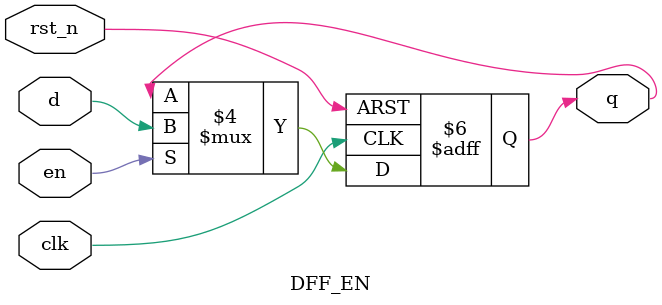
<source format=v>
module DFF_EN #(
    parameter DFF_width = 1, 
    parameter DFF_init = 0)(
        input wire clk,
        input wire rst_n,
        input wire en,
        input wire [DFF_width-1:0] d,
        output reg [DFF_width-1:0] q
    );
    always @(posedge clk or negedge rst_n) begin
        if (!rst_n) begin
            q <= DFF_init;
        end 
        else if (en) begin
            q <= d;
        end
        else begin
            q <= q;
        end
    end
endmodule

</source>
